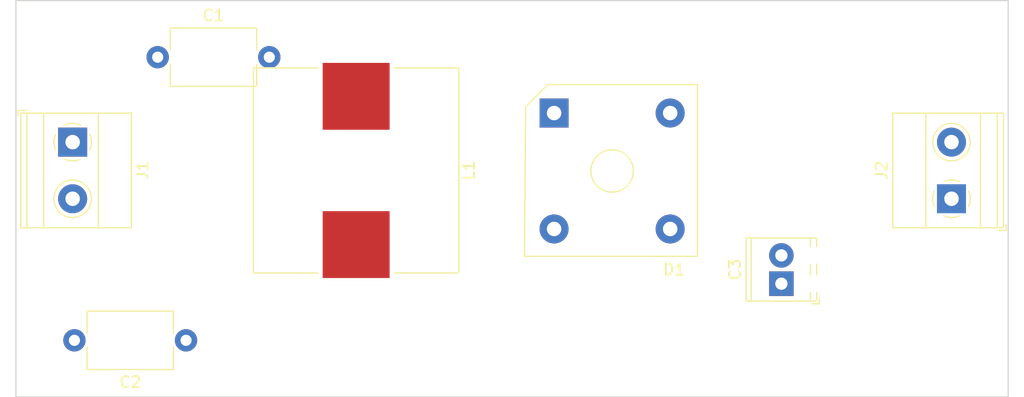
<source format=kicad_pcb>
(kicad_pcb (version 20211014) (generator pcbnew)
  (layers (0 "F.Cu" signal) (31 "B.Cu" signal) (34 "B.Paste" user) (35 "F.Paste" user) (36 "B.SilkS" user "B.Silkscreen") (37 "F.SilkS" user "F.Silkscreen") (38 "B.Mask" user) (39 "F.Mask" user) (44 "Edge.Cuts" user))
  (net 0 "")
  (net 1 "Net-(C1-Pad1)")
  (net 2 "Net-(C1-Pad2)")
  (net 3 "Net-(C2-Pad2)")
  (net 4 "Net-(C3-Pad1)")
  (net 5 "Net-(C3-Pad2)")
  (net 6 "Net-(D1-Pad4)")
  (footprint "TerminalBlock_Phoenix:TerminalBlock_Phoenix_MPT-0,5-2-2.54_1x02_P2.54mm_Horizontal" (layer "F.Cu") (at 162.56 101.6 90)
    (fp_text reference "C3" (at 1.27 -4.16 90) (layer "F.SilkS"))
    (fp_text value "C")
    (fp_line (start 3.33 2.6) (end 4.1 2.6) (layer "F.SilkS") (width 0.12))
    (fp_line (start -1.56 2.6) (end -0.79 2.6) (layer "F.SilkS") (width 0.12))
    (fp_line (start 0.79 3.16) (end 1.75 3.16) (layer "F.SilkS") (width 0.12))
    (fp_line (start -1.56 3.16) (end -0.79 3.16) (layer "F.SilkS") (width 0.12))
    (fp_line (start -1.56 -3.16) (end 4.1 -3.16) (layer "F.SilkS") (width 0.12))
    (fp_line (start 3.33 3.16) (end 4.1 3.16) (layer "F.SilkS") (width 0.12))
    (fp_line (start 0.79 2.6) (end 1.75 2.6) (layer "F.SilkS") (width 0.12))
    (fp_line (start -1.8 2.66) (end -1.8 3.4) (layer "F.SilkS") (width 0.12))
    (fp_line (start -1.8 3.4) (end -1.3 3.4) (layer "F.SilkS") (width 0.12))
    (fp_line (start -1.56 -3.16) (end -1.56 3.16) (layer "F.SilkS") (width 0.12))
    (fp_line (start -1.56 -2.7) (end 4.1 -2.7) (layer "F.SilkS") (width 0.12))
    (fp_line (start 4.1 -3.16) (end 4.1 3.16) (layer "F.SilkS") (width 0.12))
    (pad "" np_thru_hole circle (at 0 2.54 90) (size 1.1 1.1) (drill 1.1) (layers *.Cu *.Mask))
    (pad "" np_thru_hole circle (at 2.54 2.54 90) (size 1.1 1.1) (drill 1.1) (layers *.Cu *.Mask))
    (pad "1" thru_hole rect (at 0 0 90) (size 2.2 2.2) (drill 1.1) (layers *.Cu *.Mask) (net 4 "Net-(C3-Pad1)"))
    (pad "2" thru_hole circle (at 2.54 0 90) (size 2.2 2.2) (drill 1.1) (layers *.Cu *.Mask) (net 5 "Net-(C3-Pad2)"))
  )
  (footprint "TerminalBlock_Phoenix:TerminalBlock_Phoenix_MKDS-1,5-2-5.08_1x02_P5.08mm_Horizontal" (layer "F.Cu") (at 99.06 88.9 -90)
    (fp_text reference "J1" (at 2.54 -6.26 90) (layer "F.SilkS"))
    (fp_text value "Screw_Terminal_01x02")
    (fp_line (start -2.6 -5.261) (end -2.6 4.66) (layer "F.SilkS") (width 0.12))
    (fp_line (start 4.046 1.239) (end 4.011 1.274) (layer "F.SilkS") (width 0.12))
    (fp_line (start 6.15 -1.275) (end 6.115 -1.239) (layer "F.SilkS") (width 0.12))
    (fp_line (start -2.6 -2.301) (end 7.68 -2.301) (layer "F.SilkS") (width 0.12))
    (fp_line (start -2.6 -5.261) (end 7.68 -5.261) (layer "F.SilkS") (width 0.12))
    (fp_line (start -2.6 4.66) (end 7.68 4.66) (layer "F.SilkS") (width 0.12))
    (fp_line (start -2.84 4.16) (end -2.84 4.9) (layer "F.SilkS") (width 0.12))
    (fp_line (start 3.853 1.023) (end 3.806 1.069) (layer "F.SilkS") (width 0.12))
    (fp_line (start 7.68 -5.261) (end 7.68 4.66) (layer "F.SilkS") (width 0.12))
    (fp_line (start 6.355 -1.069) (end 6.308 -1.023) (layer "F.SilkS") (width 0.12))
    (fp_line (start -2.6 4.1) (end 7.68 4.1) (layer "F.SilkS") (width 0.12))
    (fp_line (start -2.6 2.6) (end 7.68 2.6) (layer "F.SilkS") (width 0.12))
    (fp_line (start -2.84 4.9) (end -2.34 4.9) (layer "F.SilkS") (width 0.12))
    (fp_arc (start 0.028805 1.680253) (mid -0.335551 1.646659) (end -0.684 1.535) (layer "F.SilkS") (width 0.12))
    (fp_arc (start 0.683318 1.534756) (mid 0.349292 1.643288) (end 0 1.68) (layer "F.SilkS") (width 0.12))
    (fp_arc (start -1.535427 0.683042) (mid -1.680501 -0.000524) (end -1.535 -0.684) (layer "F.SilkS") (width 0.12))
    (fp_arc (start 1.535427 -0.683042) (mid 1.680501 0.000524) (end 1.535 0.684) (layer "F.SilkS") (width 0.12))
    (fp_arc (start -0.683042 -1.535427) (mid 0.000524 -1.680501) (end 0.684 -1.535) (layer "F.SilkS") (width 0.12))
    (fp_circle (center 5.08 0) (end 6.76 0) (layer "F.SilkS") (width 0.12) (fill none))
    (pad "1" thru_hole rect (at 0 0 270) (size 2.6 2.6) (drill 1.3) (layers *.Cu *.Mask) (net 3 "Net-(C2-Pad2)"))
    (pad "2" thru_hole circle (at 5.08 0 270) (size 2.6 2.6) (drill 1.3) (layers *.Cu *.Mask) (net 1 "Net-(C1-Pad1)"))
  )
  (footprint "Diode_THT:Diode_Bridge_Vishay_KBPC6" (layer "F.Cu") (at 142.195 86.29)
    (fp_text reference "D1" (at 10.75 14.05 180) (layer "F.SilkS"))
    (fp_text value "VS-KBPC804")
    (fp_line (start -2.65 12.85) (end 12.85 12.85) (layer "F.SilkS") (width 0.12))
    (fp_line (start 12.85 12.85) (end 12.85 -2.55) (layer "F.SilkS") (width 0.12))
    (fp_line (start -2.55 -0.55) (end -2.65 12.85) (layer "F.SilkS") (width 0.12))
    (fp_line (start 12.85 -2.55) (end -0.55 -2.55) (layer "F.SilkS") (width 0.12))
    (fp_line (start -0.55 -2.55) (end -2.55 -0.55) (layer "F.SilkS") (width 0.12))
    (fp_circle (center 5.2 5.2) (end 5.2 7.1) (layer "F.SilkS") (width 0.12) (fill none))
    (pad "1" thru_hole rect (at 0 0) (size 2.6 2.6) (drill 1.3) (layers *.Cu *.Mask) (net 4 "Net-(C3-Pad1)"))
    (pad "2" thru_hole circle (at 0 10.4) (size 2.6 2.6) (drill 1.3) (layers *.Cu *.Mask) (net 3 "Net-(C2-Pad2)"))
    (pad "3" thru_hole circle (at 10.4 10.4) (size 2.6 2.6) (drill 1.3) (layers *.Cu *.Mask) (net 5 "Net-(C3-Pad2)"))
    (pad "4" thru_hole circle (at 10.4 0) (size 2.6 2.6) (drill 1.3) (layers *.Cu *.Mask) (net 6 "Net-(D1-Pad4)"))
  )
  (footprint "Inductor_SMD:L_Wuerth_HCI-1890" (layer "F.Cu") (at 124.46 91.44 -90)
    (fp_text reference "L1" (at 0 -10.1 90) (layer "F.SilkS"))
    (fp_text value "INDUCTOR")
    (fp_line (start 9.2 9.2) (end 9.2 3.4) (layer "F.SilkS") (width 0.12))
    (fp_line (start 9.2 -9.2) (end 9.2 -3.4) (layer "F.SilkS") (width 0.12))
    (fp_line (start -9.2 9.2) (end 9.2 9.2) (layer "F.SilkS") (width 0.12))
    (fp_line (start -9.2 3.4) (end -9.2 9.2) (layer "F.SilkS") (width 0.12))
    (fp_line (start -9.2 -9.2) (end 9.2 -9.2) (layer "F.SilkS") (width 0.12))
    (fp_line (start -9.2 -3.4) (end -9.2 -9.2) (layer "F.SilkS") (width 0.12))
    (pad "1" smd rect (at -6.65 0 270) (size 6 6) (layers "F.Cu" "F.Paste" "F.Mask") (net 2 "Net-(C1-Pad2)"))
    (pad "2" smd rect (at 6.65 0 270) (size 6 6) (layers "F.Cu" "F.Paste" "F.Mask") (net 6 "Net-(D1-Pad4)"))
  )
  (footprint "Capacitor_THT:C_Disc_D7.5mm_W5.0mm_P10.00mm" (layer "F.Cu") (at 109.22 106.68 180)
    (fp_text reference "C2" (at 5 -3.75 180) (layer "F.SilkS"))
    (fp_text value "330pF")
    (fp_line (start 1.13 -2.62) (end 8.87 -2.62) (layer "F.SilkS") (width 0.12))
    (fp_line (start 1.13 -2.62) (end 1.13 -0.636) (layer "F.SilkS") (width 0.12))
    (fp_line (start 1.13 0.636) (end 1.13 2.62) (layer "F.SilkS") (width 0.12))
    (fp_line (start 8.87 -2.62) (end 8.87 -0.636) (layer "F.SilkS") (width 0.12))
    (fp_line (start 8.87 0.636) (end 8.87 2.62) (layer "F.SilkS") (width 0.12))
    (fp_line (start 1.13 2.62) (end 8.87 2.62) (layer "F.SilkS") (width 0.12))
    (pad "1" thru_hole circle (at 0 0 180) (size 2 2) (drill 1) (layers *.Cu *.Mask) (net 2 "Net-(C1-Pad2)"))
    (pad "2" thru_hole circle (at 10 0 180) (size 2 2) (drill 1) (layers *.Cu *.Mask) (net 3 "Net-(C2-Pad2)"))
  )
  (footprint "TerminalBlock_Phoenix:TerminalBlock_Phoenix_MKDS-1,5-2-5.08_1x02_P5.08mm_Horizontal" (layer "F.Cu") (at 177.8 93.98 90)
    (fp_text reference "J2" (at 2.54 -6.26 90) (layer "F.SilkS"))
    (fp_text value "Screw_Terminal_01x02")
    (fp_line (start 7.68 -5.261) (end 7.68 4.66) (layer "F.SilkS") (width 0.12))
    (fp_line (start 6.15 -1.275) (end 6.115 -1.239) (layer "F.SilkS") (width 0.12))
    (fp_line (start -2.6 -5.261) (end -2.6 4.66) (layer "F.SilkS") (width 0.12))
    (fp_line (start -2.6 -5.261) (end 7.68 -5.261) (layer "F.SilkS") (width 0.12))
    (fp_line (start -2.6 -2.301) (end 7.68 -2.301) (layer "F.SilkS") (width 0.12))
    (fp_line (start -2.6 2.6) (end 7.68 2.6) (layer "F.SilkS") (width 0.12))
    (fp_line (start -2.84 4.9) (end -2.34 4.9) (layer "F.SilkS") (width 0.12))
    (fp_line (start 6.355 -1.069) (end 6.308 -1.023) (layer "F.SilkS") (width 0.12))
    (fp_line (start -2.6 4.1) (end 7.68 4.1) (layer "F.SilkS") (width 0.12))
    (fp_line (start 4.046 1.239) (end 4.011 1.274) (layer "F.SilkS") (width 0.12))
    (fp_line (start 3.853 1.023) (end 3.806 1.069) (layer "F.SilkS") (width 0.12))
    (fp_line (start -2.6 4.66) (end 7.68 4.66) (layer "F.SilkS") (width 0.12))
    (fp_line (start -2.84 4.16) (end -2.84 4.9) (layer "F.SilkS") (width 0.12))
    (fp_arc (start 1.535427 -0.683042) (mid 1.680501 0.000524) (end 1.535 0.684) (layer "F.SilkS") (width 0.12))
    (fp_arc (start 0.028805 1.680253) (mid -0.335551 1.646659) (end -0.684 1.535) (layer "F.SilkS") (width 0.12))
    (fp_arc (start -0.683042 -1.535427) (mid 0.000524 -1.680501) (end 0.684 -1.535) (layer "F.SilkS") (width 0.12))
    (fp_arc (start -1.535427 0.683042) (mid -1.680501 -0.000524) (end -1.535 -0.684) (layer "F.SilkS") (width 0.12))
    (fp_arc (start 0.683318 1.534756) (mid 0.349292 1.643288) (end 0 1.68) (layer "F.SilkS") (width 0.12))
    (fp_circle (center 5.08 0) (end 6.76 0) (layer "F.SilkS") (width 0.12) (fill none))
    (pad "1" thru_hole rect (at 0 0 90) (size 2.6 2.6) (drill 1.3) (layers *.Cu *.Mask) (net 4 "Net-(C3-Pad1)"))
    (pad "2" thru_hole circle (at 5.08 0 90) (size 2.6 2.6) (drill 1.3) (layers *.Cu *.Mask) (net 5 "Net-(C3-Pad2)"))
  )
  (footprint "Capacitor_THT:C_Disc_D7.5mm_W5.0mm_P10.00mm" (layer "F.Cu") (at 106.68 81.28)
    (fp_text reference "C1" (at 5 -3.75) (layer "F.SilkS"))
    (fp_text value "270pF")
    (fp_line (start 1.13 -2.62) (end 1.13 -0.636) (layer "F.SilkS") (width 0.12))
    (fp_line (start 1.13 2.62) (end 8.87 2.62) (layer "F.SilkS") (width 0.12))
    (fp_line (start 8.87 -2.62) (end 8.87 -0.636) (layer "F.SilkS") (width 0.12))
    (fp_line (start 1.13 0.636) (end 1.13 2.62) (layer "F.SilkS") (width 0.12))
    (fp_line (start 1.13 -2.62) (end 8.87 -2.62) (layer "F.SilkS") (width 0.12))
    (fp_line (start 8.87 0.636) (end 8.87 2.62) (layer "F.SilkS") (width 0.12))
    (pad "1" thru_hole circle (at 0 0) (size 2 2) (drill 1) (layers *.Cu *.Mask) (net 1 "Net-(C1-Pad1)"))
    (pad "2" thru_hole circle (at 10 0) (size 2 2) (drill 1) (layers *.Cu *.Mask) (net 2 "Net-(C1-Pad2)"))
  )
  (gr_line (start 93.98 76.2) (end 93.98 111.76) (layer "Edge.Cuts") (width 0.1))
  (gr_line (start 182.88 111.76) (end 182.88 76.2) (layer "Edge.Cuts") (width 0.1))
  (gr_line (start 93.98 111.76) (end 182.88 111.76) (layer "Edge.Cuts") (width 0.1))
  (gr_line (start 182.88 76.2) (end 93.98 76.2) (layer "Edge.Cuts") (width 0.1))
)
</source>
